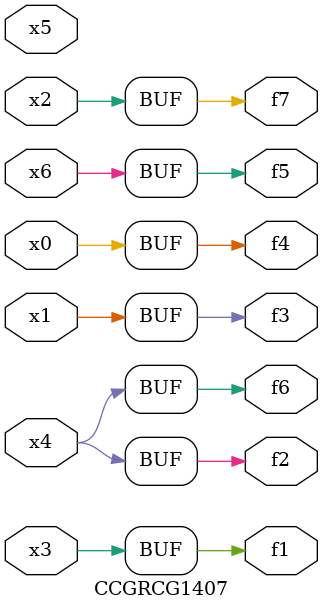
<source format=v>
module CCGRCG1407(
	input x0, x1, x2, x3, x4, x5, x6,
	output f1, f2, f3, f4, f5, f6, f7
);
	assign f1 = x3;
	assign f2 = x4;
	assign f3 = x1;
	assign f4 = x0;
	assign f5 = x6;
	assign f6 = x4;
	assign f7 = x2;
endmodule

</source>
